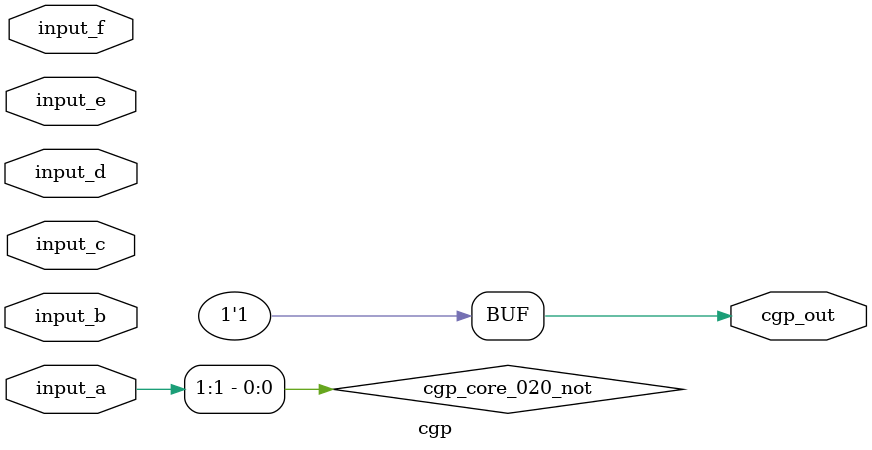
<source format=v>
module cgp(input [1:0] input_a, input [1:0] input_b, input [1:0] input_c, input [1:0] input_d, input [1:0] input_e, input [1:0] input_f, output [0:0] cgp_out);
  wire cgp_core_014;
  wire cgp_core_016;
  wire cgp_core_017;
  wire cgp_core_018;
  wire cgp_core_020_not;
  wire cgp_core_021;
  wire cgp_core_022;
  wire cgp_core_023;
  wire cgp_core_025;
  wire cgp_core_026;
  wire cgp_core_027_not;
  wire cgp_core_028;
  wire cgp_core_029;
  wire cgp_core_030_not;
  wire cgp_core_031;
  wire cgp_core_032;
  wire cgp_core_033;
  wire cgp_core_034;
  wire cgp_core_035;
  wire cgp_core_036;
  wire cgp_core_037;
  wire cgp_core_038;
  wire cgp_core_039;
  wire cgp_core_040;
  wire cgp_core_041;
  wire cgp_core_042;
  wire cgp_core_044;
  wire cgp_core_045;
  wire cgp_core_048;
  wire cgp_core_049;
  wire cgp_core_050;
  wire cgp_core_051;
  wire cgp_core_052;
  wire cgp_core_053;
  wire cgp_core_054;
  wire cgp_core_056;
  wire cgp_core_058;
  wire cgp_core_059;
  wire cgp_core_061;
  wire cgp_core_062;
  wire cgp_core_063;
  wire cgp_core_064;
  wire cgp_core_065;
  wire cgp_core_067;
  wire cgp_core_070_not;

  assign cgp_core_014 = input_a[0] ^ input_c[0];
  assign cgp_core_016 = input_a[1] ^ input_c[1];
  assign cgp_core_017 = ~input_a[1];
  assign cgp_core_018 = cgp_core_016 ^ input_a[0];
  assign cgp_core_020_not = ~cgp_core_017;
  assign cgp_core_021 = input_c[0] ^ input_f[0];
  assign cgp_core_022 = input_e[0] & input_f[0];
  assign cgp_core_023 = input_f[1] ^ input_f[1];
  assign cgp_core_025 = ~(cgp_core_023 | input_e[0]);
  assign cgp_core_026 = cgp_core_023 & cgp_core_022;
  assign cgp_core_027_not = ~cgp_core_026;
  assign cgp_core_028 = ~(input_a[1] | cgp_core_021);
  assign cgp_core_029 = input_d[0] & cgp_core_021;
  assign cgp_core_030_not = ~input_e[1];
  assign cgp_core_031 = input_a[0] & cgp_core_025;
  assign cgp_core_032 = cgp_core_030_not ^ cgp_core_029;
  assign cgp_core_033 = cgp_core_030_not & input_c[0];
  assign cgp_core_034 = cgp_core_031 | cgp_core_033;
  assign cgp_core_035 = ~input_f[0];
  assign cgp_core_036 = cgp_core_027_not & cgp_core_034;
  assign cgp_core_037 = cgp_core_014 ^ cgp_core_028;
  assign cgp_core_038 = input_e[0] & cgp_core_028;
  assign cgp_core_039 = cgp_core_018 ^ cgp_core_032;
  assign cgp_core_040 = cgp_core_018 & cgp_core_032;
  assign cgp_core_041 = cgp_core_039 ^ cgp_core_038;
  assign cgp_core_042 = cgp_core_039 & input_c[0];
  assign cgp_core_044 = cgp_core_020_not ^ input_b[0];
  assign cgp_core_045 = ~(cgp_core_020_not | cgp_core_035);
  assign cgp_core_048 = input_a[1] | input_e[1];
  assign cgp_core_049 = cgp_core_036 | cgp_core_048;
  assign cgp_core_050 = cgp_core_036 & cgp_core_048;
  assign cgp_core_051 = ~cgp_core_050;
  assign cgp_core_052 = cgp_core_049 & cgp_core_051;
  assign cgp_core_053 = ~cgp_core_049;
  assign cgp_core_054 = cgp_core_053 & cgp_core_051;
  assign cgp_core_056 = ~cgp_core_044;
  assign cgp_core_058 = ~input_b[1];
  assign cgp_core_059 = cgp_core_041 & input_c[0];
  assign cgp_core_061 = ~(input_e[0] ^ input_b[1]);
  assign cgp_core_062 = cgp_core_061 & cgp_core_056;
  assign cgp_core_063 = ~input_b[0];
  assign cgp_core_064 = cgp_core_037 & cgp_core_063;
  assign cgp_core_065 = cgp_core_064 & cgp_core_062;
  assign cgp_core_067 = ~(input_f[1] | input_d[0]);
  assign cgp_core_070_not = ~cgp_core_050;

  assign cgp_out[0] = 1'b1;
endmodule
</source>
